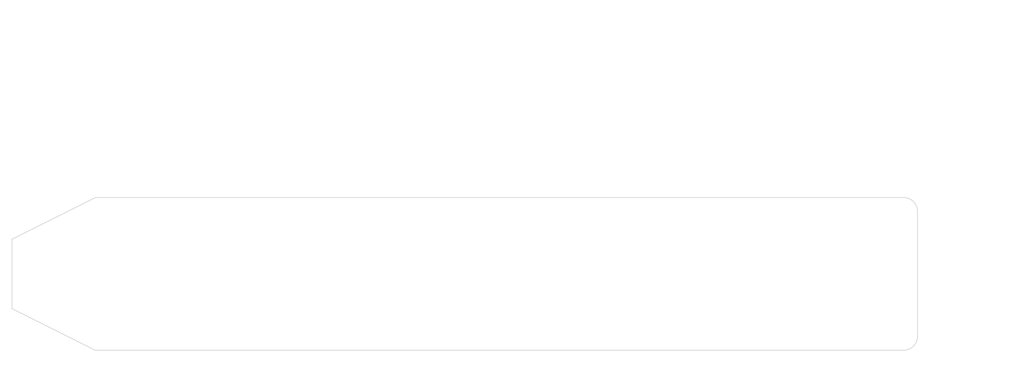
<source format=kicad_pcb>
(kicad_pcb (version 20171130) (host pcbnew "(5.1.5-0-10_14)")

  (general
    (thickness 0.1016)
    (drawings 14)
    (tracks 0)
    (zones 0)
    (modules 4)
    (nets 1)
  )

  (page A4)
  (layers
    (0 F.Cu signal)
    (31 B.Cu signal)
    (32 B.Adhes user)
    (33 F.Adhes user)
    (34 B.Paste user)
    (35 F.Paste user)
    (36 B.SilkS user)
    (37 F.SilkS user)
    (38 B.Mask user)
    (39 F.Mask user)
    (40 Dwgs.User user)
    (41 Cmts.User user)
    (42 Eco1.User user)
    (43 Eco2.User user)
    (44 Edge.Cuts user)
    (45 Margin user)
    (46 B.CrtYd user)
    (47 F.CrtYd user)
    (48 B.Fab user hide)
    (49 F.Fab user hide)
  )

  (setup
    (last_trace_width 0.1524)
    (trace_clearance 0.1524)
    (zone_clearance 0.508)
    (zone_45_only no)
    (trace_min 0.1524)
    (via_size 0.8)
    (via_drill 0.4)
    (via_min_size 0.4)
    (via_min_drill 0.3)
    (uvia_size 0.3)
    (uvia_drill 0.1)
    (uvias_allowed no)
    (uvia_min_size 0.2)
    (uvia_min_drill 0.1)
    (edge_width 0.05)
    (segment_width 0.2)
    (pcb_text_width 0.3)
    (pcb_text_size 1.5 1.5)
    (mod_edge_width 0.12)
    (mod_text_size 1 1)
    (mod_text_width 0.15)
    (pad_size 1.524 1.524)
    (pad_drill 0.762)
    (pad_to_mask_clearance 0.051)
    (solder_mask_min_width 0.25)
    (aux_axis_origin 0 0)
    (visible_elements FFFFFF7F)
    (pcbplotparams
      (layerselection 0x010f0_ffffffff)
      (usegerberextensions false)
      (usegerberattributes false)
      (usegerberadvancedattributes false)
      (creategerberjobfile false)
      (excludeedgelayer true)
      (linewidth 0.100000)
      (plotframeref false)
      (viasonmask false)
      (mode 1)
      (useauxorigin false)
      (hpglpennumber 1)
      (hpglpenspeed 20)
      (hpglpendiameter 15.000000)
      (psnegative false)
      (psa4output false)
      (plotreference false)
      (plotvalue false)
      (plotinvisibletext false)
      (padsonsilk false)
      (subtractmaskfromsilk false)
      (outputformat 1)
      (mirror false)
      (drillshape 0)
      (scaleselection 1)
      (outputdirectory "Gerbers/"))
  )

  (net 0 "")

  (net_class Default "This is the default net class."
    (clearance 0.1524)
    (trace_width 0.1524)
    (via_dia 0.8)
    (via_drill 0.4)
    (uvia_dia 0.3)
    (uvia_drill 0.1)
  )

  (module MountingHole:MountingHole_2.1mm (layer F.Cu) (tedit 5B924765) (tstamp 5F40D04D)
    (at 109.06 64.5)
    (descr "Mounting Hole 2.1mm, no annular")
    (tags "mounting hole 2.1mm no annular")
    (path /5F44B8D8)
    (attr virtual)
    (fp_text reference H1 (at 0 -3.2) (layer F.SilkS) hide
      (effects (font (size 1 1) (thickness 0.15)))
    )
    (fp_text value MountingHole (at 0 3.2) (layer F.Fab)
      (effects (font (size 1 1) (thickness 0.15)))
    )
    (fp_text user %R (at 0.3 0) (layer F.Fab)
      (effects (font (size 1 1) (thickness 0.15)))
    )
    (fp_circle (center 0 0) (end 2.1 0) (layer Cmts.User) (width 0.15))
    (fp_circle (center 0 0) (end 2.35 0) (layer F.CrtYd) (width 0.05))
    (pad "" np_thru_hole circle (at 0 0) (size 2.1 2.1) (drill 2.1) (layers *.Cu *.Mask))
  )

  (module MountingHole:MountingHole_2.1mm (layer F.Cu) (tedit 5B924765) (tstamp 5F40D054)
    (at 109.06 70.5)
    (descr "Mounting Hole 2.1mm, no annular")
    (tags "mounting hole 2.1mm no annular")
    (path /5F44BCAC)
    (attr virtual)
    (fp_text reference H2 (at 0 -3.2) (layer F.SilkS) hide
      (effects (font (size 1 1) (thickness 0.15)))
    )
    (fp_text value MountingHole (at 0 3.2) (layer F.Fab)
      (effects (font (size 1 1) (thickness 0.15)))
    )
    (fp_circle (center 0 0) (end 2.35 0) (layer F.CrtYd) (width 0.05))
    (fp_circle (center 0 0) (end 2.1 0) (layer Cmts.User) (width 0.15))
    (fp_text user %R (at 0.3 0) (layer F.Fab)
      (effects (font (size 1 1) (thickness 0.15)))
    )
    (pad "" np_thru_hole circle (at 0 0) (size 2.1 2.1) (drill 2.1) (layers *.Cu *.Mask))
  )

  (module MountingHole:MountingHole_2.1mm (layer F.Cu) (tedit 5B924765) (tstamp 5F40D05B)
    (at 113.8 64.5)
    (descr "Mounting Hole 2.1mm, no annular")
    (tags "mounting hole 2.1mm no annular")
    (path /5F44BE06)
    (attr virtual)
    (fp_text reference H3 (at 0 -3.2) (layer F.SilkS) hide
      (effects (font (size 1 1) (thickness 0.15)))
    )
    (fp_text value MountingHole (at 0 3.2) (layer F.Fab)
      (effects (font (size 1 1) (thickness 0.15)))
    )
    (fp_text user %R (at 0.3 0) (layer F.Fab)
      (effects (font (size 1 1) (thickness 0.15)))
    )
    (fp_circle (center 0 0) (end 2.1 0) (layer Cmts.User) (width 0.15))
    (fp_circle (center 0 0) (end 2.35 0) (layer F.CrtYd) (width 0.05))
    (pad "" np_thru_hole circle (at 0 0) (size 2.1 2.1) (drill 2.1) (layers *.Cu *.Mask))
  )

  (module MountingHole:MountingHole_2.1mm (layer F.Cu) (tedit 5B924765) (tstamp 5F40D062)
    (at 113.8 70.5)
    (descr "Mounting Hole 2.1mm, no annular")
    (tags "mounting hole 2.1mm no annular")
    (path /5F44BFD7)
    (attr virtual)
    (fp_text reference H4 (at 0 -3.2) (layer F.SilkS) hide
      (effects (font (size 1 1) (thickness 0.15)))
    )
    (fp_text value MountingHole (at 0 3.2) (layer F.Fab)
      (effects (font (size 1 1) (thickness 0.15)))
    )
    (fp_circle (center 0 0) (end 2.35 0) (layer F.CrtYd) (width 0.05))
    (fp_circle (center 0 0) (end 2.1 0) (layer Cmts.User) (width 0.15))
    (fp_text user %R (at 0.3 0) (layer F.Fab)
      (effects (font (size 1 1) (thickness 0.15)))
    )
    (pad "" np_thru_hole circle (at 0 0) (size 2.1 2.1) (drill 2.1) (layers *.Cu *.Mask))
  )

  (gr_line (start 100.86 65) (end 100.86 70) (layer Edge.Cuts) (width 0.05) (tstamp 5F40AF48))
  (gr_line (start 116 62) (end 106.86 62) (layer Edge.Cuts) (width 0.05))
  (dimension 6 (width 0.12) (layer Dwgs.User)
    (gr_text "6.000 mm" (at 103.86 48.5) (layer Dwgs.User)
      (effects (font (size 1 1) (thickness 0.15)))
    )
    (feature1 (pts (xy 100.86 62) (xy 100.86 49.183579)))
    (feature2 (pts (xy 106.86 62) (xy 106.86 49.183579)))
    (crossbar (pts (xy 106.86 49.77) (xy 100.86 49.77)))
    (arrow1a (pts (xy 100.86 49.77) (xy 101.986504 49.183579)))
    (arrow1b (pts (xy 100.86 49.77) (xy 101.986504 50.356421)))
    (arrow2a (pts (xy 106.86 49.77) (xy 105.733496 49.183579)))
    (arrow2b (pts (xy 106.86 49.77) (xy 105.733496 50.356421)))
  )
  (gr_line (start 106.86 73) (end 100.86 70) (layer Edge.Cuts) (width 0.05) (tstamp 5F3F94BE))
  (gr_line (start 106.86 62) (end 100.86 65) (layer Edge.Cuts) (width 0.05) (tstamp 5F3F9C0C))
  (dimension 9.14 (width 0.12) (layer Dwgs.User)
    (gr_text "9.140 mm" (at 111.43 51.73) (layer Dwgs.User)
      (effects (font (size 1 1) (thickness 0.15)))
    )
    (feature1 (pts (xy 106.86 62) (xy 106.86 52.413579)))
    (feature2 (pts (xy 116 62) (xy 116 52.413579)))
    (crossbar (pts (xy 116 53) (xy 106.86 53)))
    (arrow1a (pts (xy 106.86 53) (xy 107.986504 52.413579)))
    (arrow1b (pts (xy 106.86 53) (xy 107.986504 53.586421)))
    (arrow2a (pts (xy 116 53) (xy 114.873496 52.413579)))
    (arrow2b (pts (xy 116 53) (xy 114.873496 53.586421)))
  )
  (gr_line (start 116 73) (end 106.86 73) (layer Edge.Cuts) (width 0.05) (tstamp 5F3F9338))
  (dimension 11 (width 0.12) (layer Dwgs.User) (tstamp 5F3F9EFD)
    (gr_text "11.000 mm" (at 172.27 67.5 270) (layer Dwgs.User) (tstamp 5F3F9EFD)
      (effects (font (size 1 1) (thickness 0.15)))
    )
    (feature1 (pts (xy 166 73) (xy 171.586421 73)))
    (feature2 (pts (xy 166 62) (xy 171.586421 62)))
    (crossbar (pts (xy 171 62) (xy 171 73)))
    (arrow1a (pts (xy 171 73) (xy 170.413579 71.873496)))
    (arrow1b (pts (xy 171 73) (xy 171.586421 71.873496)))
    (arrow2a (pts (xy 171 62) (xy 170.413579 63.126504)))
    (arrow2b (pts (xy 171 62) (xy 171.586421 63.126504)))
  )
  (dimension 50 (width 0.12) (layer Dwgs.User)
    (gr_text "50.000 mm" (at 141 51.73) (layer Dwgs.User)
      (effects (font (size 1 1) (thickness 0.15)))
    )
    (feature1 (pts (xy 166 62) (xy 166 52.413579)))
    (feature2 (pts (xy 116 62) (xy 116 52.413579)))
    (crossbar (pts (xy 116 53) (xy 166 53)))
    (arrow1a (pts (xy 166 53) (xy 164.873496 53.586421)))
    (arrow1b (pts (xy 166 53) (xy 164.873496 52.413579)))
    (arrow2a (pts (xy 116 53) (xy 117.126504 53.586421)))
    (arrow2b (pts (xy 116 53) (xy 117.126504 52.413579)))
  )
  (gr_arc (start 165 72) (end 165 73) (angle -90) (layer Edge.Cuts) (width 0.05) (tstamp 5F3F90CF))
  (gr_arc (start 165 63) (end 166 63) (angle -90) (layer Edge.Cuts) (width 0.05) (tstamp 5F3F90CC))
  (gr_line (start 165 62) (end 116 62) (layer Edge.Cuts) (width 0.05) (tstamp 5F3F90C9))
  (gr_line (start 166 72) (end 166 63) (layer Edge.Cuts) (width 0.05) (tstamp 5F3F90C6))
  (gr_line (start 116 73) (end 165 73) (layer Edge.Cuts) (width 0.05) (tstamp 5F3F90C3))

  (zone (net 0) (net_name "") (layer F.Mask) (tstamp 0) (hatch edge 0.508)
    (connect_pads (clearance 0.508))
    (min_thickness 0.254)
    (fill yes (arc_segments 32) (thermal_gap 0.508) (thermal_bridge_width 0.508))
    (polygon
      (pts
        (xy 167 76) (xy 100 76) (xy 100 59) (xy 167 59)
      )
    )
    (filled_polygon
      (pts
        (xy 165.19509 62.019215) (xy 165.382683 62.07612) (xy 165.55557 62.16853) (xy 165.707107 62.292893) (xy 165.83147 62.44443)
        (xy 165.92388 62.617317) (xy 165.980785 62.80491) (xy 166 63) (xy 166 72) (xy 165.980785 72.19509)
        (xy 165.92388 72.382683) (xy 165.83147 72.55557) (xy 165.707107 72.707107) (xy 165.55557 72.83147) (xy 165.382683 72.92388)
        (xy 165.19509 72.980785) (xy 165 73) (xy 106.86 73) (xy 100.86 70) (xy 100.86 65)
        (xy 106.86 62) (xy 165 62)
      )
    )
  )
  (zone (net 0) (net_name "") (layer B.Mask) (tstamp 5F411CE8) (hatch edge 0.508)
    (connect_pads (clearance 0.508))
    (min_thickness 0.254)
    (fill yes (arc_segments 32) (thermal_gap 0.508) (thermal_bridge_width 0.508))
    (polygon
      (pts
        (xy 167 76) (xy 100 76) (xy 100 59) (xy 167 59)
      )
    )
    (filled_polygon
      (pts
        (xy 165.19509 62.019215) (xy 165.382683 62.07612) (xy 165.55557 62.16853) (xy 165.707107 62.292893) (xy 165.83147 62.44443)
        (xy 165.92388 62.617317) (xy 165.980785 62.80491) (xy 166 63) (xy 166 72) (xy 165.980785 72.19509)
        (xy 165.92388 72.382683) (xy 165.83147 72.55557) (xy 165.707107 72.707107) (xy 165.55557 72.83147) (xy 165.382683 72.92388)
        (xy 165.19509 72.980785) (xy 165 73) (xy 106.86 73) (xy 100.86 70) (xy 100.86 65)
        (xy 106.86 62) (xy 165 62)
      )
    )
  )
)

</source>
